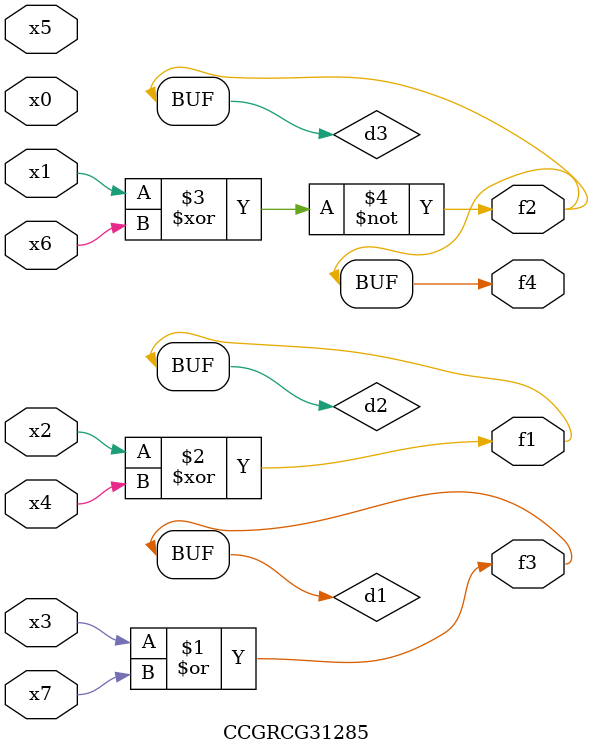
<source format=v>
module CCGRCG31285(
	input x0, x1, x2, x3, x4, x5, x6, x7,
	output f1, f2, f3, f4
);

	wire d1, d2, d3;

	or (d1, x3, x7);
	xor (d2, x2, x4);
	xnor (d3, x1, x6);
	assign f1 = d2;
	assign f2 = d3;
	assign f3 = d1;
	assign f4 = d3;
endmodule

</source>
